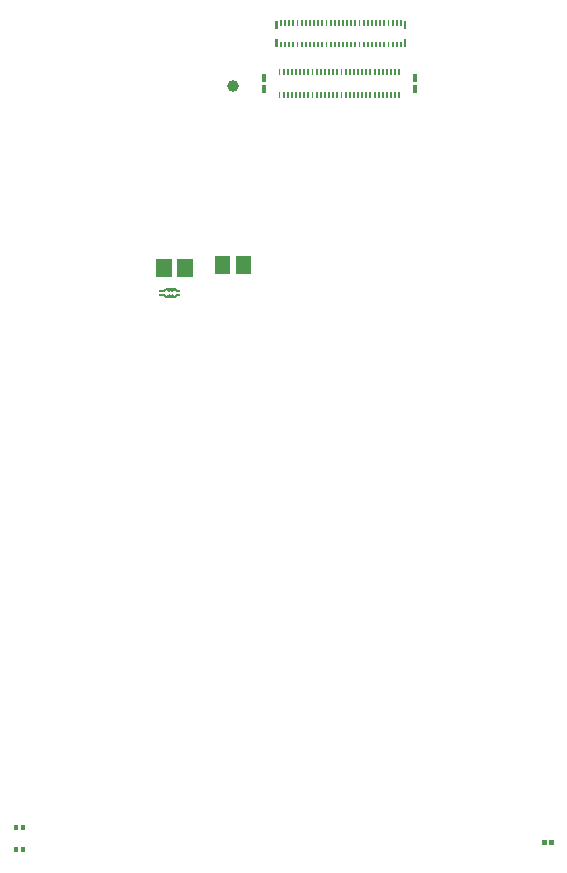
<source format=gbr>
G04 start of page 15 for group -4015 idx -4015 *
G04 Title: (unknown), toppaste *
G04 Creator: pcb 4.2.0 *
G04 CreationDate: Sat Jul  4 19:07:35 2020 UTC *
G04 For: commonadmin *
G04 Format: Gerber/RS-274X *
G04 PCB-Dimensions (mil): 3500.00 8250.00 *
G04 PCB-Coordinate-Origin: lower left *
%MOIN*%
%FSLAX25Y25*%
%LNTOPPASTE*%
%ADD209C,0.0394*%
%ADD208C,0.0001*%
%ADD207C,0.0060*%
G54D207*X70207Y716750D02*X73207D01*
X73907Y717450D01*
X69507D02*X70207Y716750D01*
G54D208*G36*
X67707Y717750D02*Y717150D01*
X69807D01*
Y717750D01*
X67707D01*
G37*
G36*
X73607D02*Y717150D01*
X74707D01*
Y717750D01*
X73607D01*
G37*
G54D207*X70507Y716750D02*X71107Y717350D01*
X71707Y716750D01*
X72307Y717350D02*X72907Y716750D01*
X71707D02*X72307Y717350D01*
X70207Y719350D02*X73307D01*
X73907Y718750D01*
X69607D02*X70207Y719350D01*
G54D208*G36*
X67707Y719050D02*Y718450D01*
X69907D01*
Y719050D01*
X67707D01*
G37*
G36*
X73607D02*Y718450D01*
X74707D01*
Y719050D01*
X73607D01*
G37*
G54D207*X70407Y719350D02*X71107Y718650D01*
X70207Y719350D02*X70407D01*
X71107Y718650D02*X71807Y719350D01*
X71607D02*X72307Y718650D01*
X73007Y719350D01*
G54D208*G36*
X195532Y535787D02*Y534213D01*
X197106D01*
Y535787D01*
X195532D01*
G37*
G36*
X197894D02*Y534213D01*
X199468D01*
Y535787D01*
X197894D01*
G37*
G36*
X150331Y802866D02*X149504D01*
Y800110D01*
X150331D01*
Y802866D01*
G37*
G36*
Y808890D02*X149504D01*
Y806134D01*
X150331D01*
Y808890D01*
G37*
G36*
X107457Y802866D02*X106630D01*
Y800110D01*
X107457D01*
Y802866D01*
G37*
G36*
Y808890D02*X106630D01*
Y806134D01*
X107457D01*
Y808890D01*
G37*
G36*
X148776Y801862D02*X148146D01*
Y800051D01*
X148776D01*
Y801862D01*
G37*
G36*
X147398D02*X146768D01*
Y800051D01*
X147398D01*
Y801862D01*
G37*
G36*
X146020D02*X145390D01*
Y800051D01*
X146020D01*
Y801862D01*
G37*
G36*
X144642D02*X144012D01*
Y800051D01*
X144642D01*
Y801862D01*
G37*
G36*
X143264D02*X142634D01*
Y800051D01*
X143264D01*
Y801862D01*
G37*
G36*
X141886D02*X141256D01*
Y800051D01*
X141886D01*
Y801862D01*
G37*
G36*
X140508D02*X139878D01*
Y800051D01*
X140508D01*
Y801862D01*
G37*
G36*
X139130D02*X138500D01*
Y800051D01*
X139130D01*
Y801862D01*
G37*
G36*
X137752D02*X137122D01*
Y800051D01*
X137752D01*
Y801862D01*
G37*
G36*
X136374D02*X135744D01*
Y800051D01*
X136374D01*
Y801862D01*
G37*
G36*
X134996D02*X134366D01*
Y800051D01*
X134996D01*
Y801862D01*
G37*
G36*
X133618D02*X132988D01*
Y800051D01*
X133618D01*
Y801862D01*
G37*
G36*
X132240D02*X131610D01*
Y800051D01*
X132240D01*
Y801862D01*
G37*
G36*
X130862D02*X130232D01*
Y800051D01*
X130862D01*
Y801862D01*
G37*
G36*
X129484D02*X128854D01*
Y800051D01*
X129484D01*
Y801862D01*
G37*
G36*
X128106D02*X127476D01*
Y800051D01*
X128106D01*
Y801862D01*
G37*
G36*
X126728D02*X126098D01*
Y800051D01*
X126728D01*
Y801862D01*
G37*
G36*
X125350D02*X124720D01*
Y800051D01*
X125350D01*
Y801862D01*
G37*
G36*
X123972D02*X123343D01*
Y800051D01*
X123972D01*
Y801862D01*
G37*
G36*
X122594D02*X121965D01*
Y800051D01*
X122594D01*
Y801862D01*
G37*
G36*
X121217D02*X120587D01*
Y800051D01*
X121217D01*
Y801862D01*
G37*
G36*
X119839D02*X119209D01*
Y800051D01*
X119839D01*
Y801862D01*
G37*
G36*
X118461D02*X117831D01*
Y800051D01*
X118461D01*
Y801862D01*
G37*
G36*
X117083D02*X116453D01*
Y800051D01*
X117083D01*
Y801862D01*
G37*
G36*
X115705D02*X115075D01*
Y800051D01*
X115705D01*
Y801862D01*
G37*
G36*
X114327D02*X113697D01*
Y800051D01*
X114327D01*
Y801862D01*
G37*
G36*
X112949D02*X112319D01*
Y800051D01*
X112949D01*
Y801862D01*
G37*
G36*
X111571D02*X110941D01*
Y800051D01*
X111571D01*
Y801862D01*
G37*
G36*
X110193D02*X109563D01*
Y800051D01*
X110193D01*
Y801862D01*
G37*
G36*
X108815D02*X108185D01*
Y800051D01*
X108815D01*
Y801862D01*
G37*
G36*
X148776Y808949D02*X148146D01*
Y807138D01*
X148776D01*
Y808949D01*
G37*
G36*
X147398D02*X146768D01*
Y807138D01*
X147398D01*
Y808949D01*
G37*
G36*
X146020D02*X145390D01*
Y807138D01*
X146020D01*
Y808949D01*
G37*
G36*
X144642D02*X144012D01*
Y807138D01*
X144642D01*
Y808949D01*
G37*
G36*
X143264D02*X142634D01*
Y807138D01*
X143264D01*
Y808949D01*
G37*
G36*
X141886D02*X141256D01*
Y807138D01*
X141886D01*
Y808949D01*
G37*
G36*
X140508D02*X139878D01*
Y807138D01*
X140508D01*
Y808949D01*
G37*
G36*
X139130D02*X138500D01*
Y807138D01*
X139130D01*
Y808949D01*
G37*
G36*
X137752D02*X137122D01*
Y807138D01*
X137752D01*
Y808949D01*
G37*
G36*
X136374D02*X135744D01*
Y807138D01*
X136374D01*
Y808949D01*
G37*
G36*
X134996D02*X134366D01*
Y807138D01*
X134996D01*
Y808949D01*
G37*
G36*
X133618D02*X132988D01*
Y807138D01*
X133618D01*
Y808949D01*
G37*
G36*
X132240D02*X131610D01*
Y807138D01*
X132240D01*
Y808949D01*
G37*
G36*
X130862D02*X130232D01*
Y807138D01*
X130862D01*
Y808949D01*
G37*
G36*
X129484D02*X128854D01*
Y807138D01*
X129484D01*
Y808949D01*
G37*
G36*
X128106D02*X127476D01*
Y807138D01*
X128106D01*
Y808949D01*
G37*
G36*
X126728D02*X126098D01*
Y807138D01*
X126728D01*
Y808949D01*
G37*
G36*
X125350D02*X124720D01*
Y807138D01*
X125350D01*
Y808949D01*
G37*
G36*
X123972D02*X123343D01*
Y807138D01*
X123972D01*
Y808949D01*
G37*
G36*
X122594D02*X121965D01*
Y807138D01*
X122594D01*
Y808949D01*
G37*
G36*
X121217D02*X120587D01*
Y807138D01*
X121217D01*
Y808949D01*
G37*
G36*
X119839D02*X119209D01*
Y807138D01*
X119839D01*
Y808949D01*
G37*
G36*
X118461D02*X117831D01*
Y807138D01*
X118461D01*
Y808949D01*
G37*
G36*
X117083D02*X116453D01*
Y807138D01*
X117083D01*
Y808949D01*
G37*
G36*
X115705D02*X115075D01*
Y807138D01*
X115705D01*
Y808949D01*
G37*
G36*
X114327D02*X113697D01*
Y807138D01*
X114327D01*
Y808949D01*
G37*
G36*
X112949D02*X112319D01*
Y807138D01*
X112949D01*
Y808949D01*
G37*
G36*
X111571D02*X110941D01*
Y807138D01*
X111571D01*
Y808949D01*
G37*
G36*
X110193D02*X109563D01*
Y807138D01*
X110193D01*
Y808949D01*
G37*
G36*
X108815D02*X108185D01*
Y807138D01*
X108815D01*
Y808949D01*
G37*
G36*
X108315Y792646D02*X107685D01*
Y790835D01*
X108315D01*
Y792646D01*
G37*
G36*
X109693D02*X109063D01*
Y790835D01*
X109693D01*
Y792646D01*
G37*
G36*
X111071D02*X110441D01*
Y790835D01*
X111071D01*
Y792646D01*
G37*
G36*
X112449D02*X111819D01*
Y790835D01*
X112449D01*
Y792646D01*
G37*
G36*
X113827D02*X113197D01*
Y790835D01*
X113827D01*
Y792646D01*
G37*
G36*
X115205D02*X114575D01*
Y790835D01*
X115205D01*
Y792646D01*
G37*
G36*
X116583D02*X115953D01*
Y790835D01*
X116583D01*
Y792646D01*
G37*
G36*
X117961D02*X117331D01*
Y790835D01*
X117961D01*
Y792646D01*
G37*
G36*
X119339D02*X118709D01*
Y790835D01*
X119339D01*
Y792646D01*
G37*
G36*
X120717D02*X120087D01*
Y790835D01*
X120717D01*
Y792646D01*
G37*
G36*
X122094D02*X121465D01*
Y790835D01*
X122094D01*
Y792646D01*
G37*
G36*
X123472D02*X122843D01*
Y790835D01*
X123472D01*
Y792646D01*
G37*
G36*
X124850D02*X124220D01*
Y790835D01*
X124850D01*
Y792646D01*
G37*
G36*
X126228D02*X125598D01*
Y790835D01*
X126228D01*
Y792646D01*
G37*
G36*
X127606D02*X126976D01*
Y790835D01*
X127606D01*
Y792646D01*
G37*
G36*
X128984D02*X128354D01*
Y790835D01*
X128984D01*
Y792646D01*
G37*
G36*
X130362D02*X129732D01*
Y790835D01*
X130362D01*
Y792646D01*
G37*
G36*
X131740D02*X131110D01*
Y790835D01*
X131740D01*
Y792646D01*
G37*
G36*
X133118D02*X132488D01*
Y790835D01*
X133118D01*
Y792646D01*
G37*
G36*
X134496D02*X133866D01*
Y790835D01*
X134496D01*
Y792646D01*
G37*
G36*
X135874D02*X135244D01*
Y790835D01*
X135874D01*
Y792646D01*
G37*
G36*
X137252D02*X136622D01*
Y790835D01*
X137252D01*
Y792646D01*
G37*
G36*
X138630D02*X138000D01*
Y790835D01*
X138630D01*
Y792646D01*
G37*
G36*
X140008D02*X139378D01*
Y790835D01*
X140008D01*
Y792646D01*
G37*
G36*
X141386D02*X140756D01*
Y790835D01*
X141386D01*
Y792646D01*
G37*
G36*
X142764D02*X142134D01*
Y790835D01*
X142764D01*
Y792646D01*
G37*
G36*
X144142D02*X143512D01*
Y790835D01*
X144142D01*
Y792646D01*
G37*
G36*
X145520D02*X144890D01*
Y790835D01*
X145520D01*
Y792646D01*
G37*
G36*
X146898D02*X146268D01*
Y790835D01*
X146898D01*
Y792646D01*
G37*
G36*
X148276D02*X147646D01*
Y790835D01*
X148276D01*
Y792646D01*
G37*
G36*
X108315Y784969D02*X107685D01*
Y783157D01*
X108315D01*
Y784969D01*
G37*
G36*
X109693D02*X109063D01*
Y783157D01*
X109693D01*
Y784969D01*
G37*
G36*
X111071D02*X110441D01*
Y783157D01*
X111071D01*
Y784969D01*
G37*
G36*
X112449D02*X111819D01*
Y783157D01*
X112449D01*
Y784969D01*
G37*
G36*
X113827D02*X113197D01*
Y783157D01*
X113827D01*
Y784969D01*
G37*
G36*
X115205D02*X114575D01*
Y783157D01*
X115205D01*
Y784969D01*
G37*
G36*
X116583D02*X115953D01*
Y783157D01*
X116583D01*
Y784969D01*
G37*
G36*
X117961D02*X117331D01*
Y783157D01*
X117961D01*
Y784969D01*
G37*
G36*
X119339D02*X118709D01*
Y783157D01*
X119339D01*
Y784969D01*
G37*
G36*
X120717D02*X120087D01*
Y783157D01*
X120717D01*
Y784969D01*
G37*
G36*
X122094D02*X121465D01*
Y783157D01*
X122094D01*
Y784969D01*
G37*
G36*
X123472D02*X122843D01*
Y783157D01*
X123472D01*
Y784969D01*
G37*
G36*
X124850D02*X124220D01*
Y783157D01*
X124850D01*
Y784969D01*
G37*
G36*
X126228D02*X125598D01*
Y783157D01*
X126228D01*
Y784969D01*
G37*
G36*
X127606D02*X126976D01*
Y783157D01*
X127606D01*
Y784969D01*
G37*
G36*
X128984D02*X128354D01*
Y783157D01*
X128984D01*
Y784969D01*
G37*
G36*
X130362D02*X129732D01*
Y783157D01*
X130362D01*
Y784969D01*
G37*
G36*
X131740D02*X131110D01*
Y783157D01*
X131740D01*
Y784969D01*
G37*
G36*
X133118D02*X132488D01*
Y783157D01*
X133118D01*
Y784969D01*
G37*
G36*
X134496D02*X133866D01*
Y783157D01*
X134496D01*
Y784969D01*
G37*
G36*
X135874D02*X135244D01*
Y783157D01*
X135874D01*
Y784969D01*
G37*
G36*
X137252D02*X136622D01*
Y783157D01*
X137252D01*
Y784969D01*
G37*
G36*
X138630D02*X138000D01*
Y783157D01*
X138630D01*
Y784969D01*
G37*
G36*
X140008D02*X139378D01*
Y783157D01*
X140008D01*
Y784969D01*
G37*
G36*
X141386D02*X140756D01*
Y783157D01*
X141386D01*
Y784969D01*
G37*
G36*
X142764D02*X142134D01*
Y783157D01*
X142764D01*
Y784969D01*
G37*
G36*
X144142D02*X143512D01*
Y783157D01*
X144142D01*
Y784969D01*
G37*
G36*
X145520D02*X144890D01*
Y783157D01*
X145520D01*
Y784969D01*
G37*
G36*
X146898D02*X146268D01*
Y783157D01*
X146898D01*
Y784969D01*
G37*
G36*
X148276D02*X147646D01*
Y783157D01*
X148276D01*
Y784969D01*
G37*
G36*
X103591Y791268D02*X102173D01*
Y788472D01*
X103591D01*
Y791268D01*
G37*
G36*
Y787528D02*X102173D01*
Y784732D01*
X103591D01*
Y787528D01*
G37*
G36*
X153787D02*X152370D01*
Y784732D01*
X153787D01*
Y787528D01*
G37*
G36*
Y791268D02*X152370D01*
Y788472D01*
X153787D01*
Y791268D01*
G37*
G54D209*X92500Y787000D03*
G54D208*G36*
X19351Y533287D02*Y531713D01*
X20925D01*
Y533287D01*
X19351D01*
G37*
G36*
X21713D02*Y531713D01*
X23287D01*
Y533287D01*
X21713D01*
G37*
G36*
X19351Y540787D02*Y539213D01*
X20925D01*
Y540787D01*
X19351D01*
G37*
G36*
X21713D02*Y539213D01*
X23287D01*
Y540787D01*
X21713D01*
G37*
G36*
X72016Y729452D02*X66898D01*
Y723548D01*
X72016D01*
Y729452D01*
G37*
G36*
X79102D02*X73984D01*
Y723548D01*
X79102D01*
Y729452D01*
G37*
G36*
X91516Y730452D02*X86398D01*
Y724548D01*
X91516D01*
Y730452D01*
G37*
G36*
X98602D02*X93484D01*
Y724548D01*
X98602D01*
Y730452D01*
G37*
M02*

</source>
